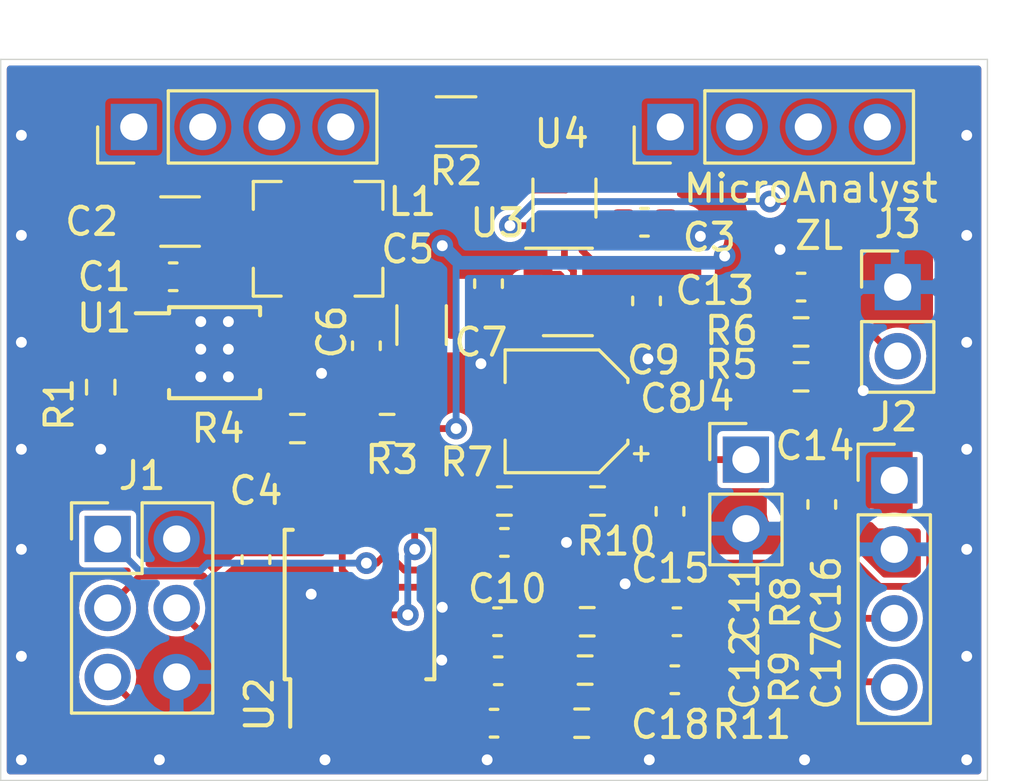
<source format=kicad_pcb>
(kicad_pcb (version 20211014) (generator pcbnew)
  (layers (0 "F.Cu" signal) (31 "B.Cu" signal) (34 "B.Paste" user) (35 "F.Paste" user) (36 "B.SilkS" user "B.Silkscreen") (37 "F.SilkS" user "F.Silkscreen") (38 "B.Mask" user) (39 "F.Mask" user) (44 "Edge.Cuts" user))
  (net 0 "")
  (net 1 "GND")
  (net 2 "VBUS")
  (net 3 "+5V")
  (net 4 "+10V")
  (net 5 "Net-(C10-Pad1)")
  (net 6 "Net-(C11-Pad1)")
  (net 7 "Net-(C12-Pad1)")
  (net 8 "PWM_OUT")
  (net 9 "TORQUE_IN")
  (net 10 "CADENCE_IN")
  (net 11 "Net-(L1-Pad1)")
  (net 12 "Net-(R1-Pad1)")
  (net 13 "Net-(R3-Pad2)")
  (net 14 "BUTTON_IN")
  (net 15 "Net-(U1-Pad8)")
  (net 16 "Net-(U1-Pad7)")
  (net 17 "Net-(U1-Pad4)")
  (net 18 "Net-(U3-Pad4)")
  (net 19 "Net-(J1-Pad5)")
  (net 20 "Net-(J1-Pad1)")
  (net 21 "Net-(C18-Pad1)")
  (net 22 "Net-(R11-Pad1)")
  (net 23 "/VBUS_R")
  (footprint "Capacitor_SMD:C_0603_1608Metric" (layer "F.Cu") (at 110.998 130.429 -90)
    (fp_text reference "C4" (at -2.54 0 180) (layer "F.SilkS"))
    (fp_text value "100n")
    (pad "1" smd roundrect locked (at -0.775 0 270) (size 0.9 0.95) (layers "F.Cu" "F.Paste" "F.Mask") (net 3 "+5V"))
    (pad "2" smd roundrect locked (at 0.775 0 270) (size 0.9 0.95) (layers "F.Cu" "F.Paste" "F.Mask") (net 1 "GND"))
  )
  (footprint "Capacitor_SMD:C_0603_1608Metric" (layer "F.Cu") (at 119.888 132.715 180)
    (fp_text reference "C11" (at -9.112 0.715 90) (layer "F.SilkS"))
    (fp_text value "10n")
    (pad "1" smd roundrect locked (at -0.775 0 180) (size 0.9 0.95) (layers "F.Cu" "F.Paste" "F.Mask") (net 6 "Net-(C11-Pad1)"))
    (pad "2" smd roundrect locked (at 0.775 0 180) (size 0.9 0.95) (layers "F.Cu" "F.Paste" "F.Mask") (net 1 "GND"))
  )
  (footprint "Capacitor_SMD:C_0603_1608Metric" (layer "F.Cu") (at 126.492 132.715 180)
    (fp_text reference "C16" (at -5.508 0.965 90) (layer "F.SilkS"))
    (fp_text value "10n")
    (pad "1" smd roundrect locked (at -0.775 0 180) (size 0.9 0.95) (layers "F.Cu" "F.Paste" "F.Mask") (net 10 "CADENCE_IN"))
    (pad "2" smd roundrect locked (at 0.775 0 180) (size 0.9 0.95) (layers "F.Cu" "F.Paste" "F.Mask") (net 1 "GND"))
  )
  (footprint "Resistor_SMD:R_0603_1608Metric_Pad0.98x0.95mm_HandSolder" (layer "F.Cu") (at 105.283 124.079 -90)
    (fp_text reference "R1" (at 0.635 1.524 90) (layer "F.SilkS"))
    (fp_text value "69.8k")
    (pad "1" smd roundrect locked (at -0.9125 0 270) (size 0.975 0.95) (layers "F.Cu" "F.Paste" "F.Mask") (net 12 "Net-(R1-Pad1)"))
    (pad "2" smd roundrect locked (at 0.9125 0 270) (size 0.975 0.95) (layers "F.Cu" "F.Paste" "F.Mask") (net 1 "GND"))
  )
  (footprint "Resistor_SMD:R_0603_1608Metric_Pad0.98x0.95mm_HandSolder" (layer "F.Cu") (at 115.824 125.603 180)
    (fp_text reference "R3" (at -0.176 -1.147) (layer "F.SilkS"))
    (fp_text value "576k")
    (pad "1" smd roundrect locked (at -0.9125 0 180) (size 0.975 0.95) (layers "F.Cu" "F.Paste" "F.Mask") (net 4 "+10V"))
    (pad "2" smd roundrect locked (at 0.9125 0 180) (size 0.975 0.95) (layers "F.Cu" "F.Paste" "F.Mask") (net 13 "Net-(R3-Pad2)"))
  )
  (footprint "Resistor_SMD:R_0603_1608Metric_Pad0.98x0.95mm_HandSolder" (layer "F.Cu") (at 112.522 125.603 180)
    (fp_text reference "R4" (at 2.921 0) (layer "F.SilkS"))
    (fp_text value "49k9")
    (pad "1" smd roundrect locked (at -0.9125 0 180) (size 0.975 0.95) (layers "F.Cu" "F.Paste" "F.Mask") (net 13 "Net-(R3-Pad2)"))
    (pad "2" smd roundrect locked (at 0.9125 0 180) (size 0.975 0.95) (layers "F.Cu" "F.Paste" "F.Mask") (net 1 "GND"))
  )
  (footprint "Resistor_SMD:R_0603_1608Metric_Pad0.98x0.95mm_HandSolder" (layer "F.Cu") (at 123.19 132.715)
    (fp_text reference "R8" (at 7.31 -0.715 90) (layer "F.SilkS"))
    (fp_text value "10k")
    (pad "1" smd roundrect locked (at -0.9125 0) (size 0.975 0.95) (layers "F.Cu" "F.Paste" "F.Mask") (net 6 "Net-(C11-Pad1)"))
    (pad "2" smd roundrect locked (at 0.9125 0) (size 0.975 0.95) (layers "F.Cu" "F.Paste" "F.Mask") (net 10 "CADENCE_IN"))
  )
  (footprint "Resistor_SMD:R_0603_1608Metric_Pad0.98x0.95mm_HandSolder" (layer "F.Cu") (at 123.1138 134.493)
    (fp_text reference "R9" (at 7.3406 0.257 90) (layer "F.SilkS"))
    (fp_text value "10k")
    (pad "1" smd roundrect locked (at -0.9125 0) (size 0.975 0.95) (layers "F.Cu" "F.Paste" "F.Mask") (net 7 "Net-(C12-Pad1)"))
    (pad "2" smd roundrect locked (at 0.9125 0) (size 0.975 0.95) (layers "F.Cu" "F.Paste" "F.Mask") (net 9 "TORQUE_IN"))
  )
  (footprint "Package_SO:MSOP-10_3x3mm_P0.5mm" (layer "F.Cu") (at 109.474 122.809)
    (fp_text reference "U1" (at -4.064 -1.27) (layer "F.SilkS"))
    (fp_text value "MAX17552AUB+" hide)
    (pad "1" smd rect locked (at -2.2 -1) (size 1.4 0.3) (layers "F.Cu" "F.Paste" "F.Mask") (net 2 "VBUS"))
    (pad "2" smd rect locked (at -2.2 -0.5) (size 1.4 0.3) (layers "F.Cu" "F.Paste" "F.Mask") (net 2 "VBUS"))
    (pad "3" smd rect locked (at -2.2 0) (size 1.4 0.3) (layers "F.Cu" "F.Paste" "F.Mask") (net 12 "Net-(R1-Pad1)"))
    (pad "4" smd rect locked (at -2.2 0.5) (size 1.4 0.3) (layers "F.Cu" "F.Paste" "F.Mask") (net 17 "Net-(U1-Pad4)"))
    (pad "5" smd rect locked (at -2.2 1) (size 1.4 0.3) (layers "F.Cu" "F.Paste" "F.Mask") (net 13 "Net-(R3-Pad2)"))
    (pad "6" smd rect locked (at 2.2 1) (size 1.4 0.3) (layers "F.Cu" "F.Paste" "F.Mask") (net 1 "GND"))
    (pad "7" smd rect locked (at 2.2 0.5) (size 1.4 0.3) (layers "F.Cu" "F.Paste" "F.Mask") (net 16 "Net-(U1-Pad7)"))
    (pad "8" smd rect locked (at 2.2 0) (size 1.4 0.3) (layers "F.Cu" "F.Paste" "F.Mask") (net 15 "Net-(U1-Pad8)"))
    (pad "9" smd rect locked (at 2.2 -0.5) (size 1.4 0.3) (layers "F.Cu" "F.Paste" "F.Mask") (net 1 "GND"))
    (pad "10" smd rect locked (at 2.2 -1) (size 1.4 0.3) (layers "F.Cu" "F.Paste" "F.Mask") (net 11 "Net-(L1-Pad1)"))
  )
  (footprint "Capacitor_SMD:C_1206_3216Metric" (layer "F.Cu") (at 108.204 117.983)
    (fp_text reference "C2" (at -3.253 0) (layer "F.SilkS"))
    (fp_text value "1u")
    (pad "1" smd roundrect locked (at -1.475 0) (size 1.15 1.8) (layers "F.Cu" "F.Paste" "F.Mask") (roundrect_rratio 0.2173904348) (net 2 "VBUS"))
    (pad "2" smd roundrect locked (at 1.475 0) (size 1.15 1.8) (layers "F.Cu" "F.Paste" "F.Mask") (roundrect_rratio 0.2173904348) (net 1 "GND"))
  )
  (footprint "Capacitor_SMD:C_0603_1608Metric" (layer "F.Cu") (at 107.95 120.015)
    (fp_text reference "C1" (at -2.54 0) (layer "F.SilkS"))
    (fp_text value "10n")
    (pad "1" smd roundrect locked (at -0.775 0) (size 0.9 0.95) (layers "F.Cu" "F.Paste" "F.Mask") (net 2 "VBUS"))
    (pad "2" smd roundrect locked (at 0.775 0) (size 0.9 0.95) (layers "F.Cu" "F.Paste" "F.Mask") (net 1 "GND"))
  )
  (footprint "Inductor_SMD:L_Bourns-SRN4018" (layer "F.Cu") (at 113.284 118.618)
    (fp_text reference "L1" (at 3.466 -1.368 180) (layer "F.SilkS"))
    (fp_text value "150u")
    (pad "1" smd rect locked (at -1.525 0) (size 1.5 3.6) (layers "F.Cu" "F.Paste" "F.Mask") (net 11 "Net-(L1-Pad1)"))
    (pad "2" smd rect locked (at 1.525 0) (size 1.5 3.6) (layers "F.Cu" "F.Paste" "F.Mask") (net 4 "+10V"))
  )
  (footprint "Capacitor_SMD:C_1206_3216Metric" (layer "F.Cu") (at 117.094 121.793 -90)
    (fp_text reference "C5" (at -2.794 0.508 180) (layer "F.SilkS"))
    (fp_text value "10u")
    (pad "1" smd roundrect locked (at -1.475 0 270) (size 1.15 1.8) (layers "F.Cu" "F.Paste" "F.Mask") (roundrect_rratio 0.2173904348) (net 4 "+10V"))
    (pad "2" smd roundrect locked (at 1.475 0 270) (size 1.15 1.8) (layers "F.Cu" "F.Paste" "F.Mask") (roundrect_rratio 0.2173904348) (net 1 "GND"))
  )
  (footprint "Package_SO:SOIJ-8_5.3x5.3mm_P1.27mm" (layer "F.Cu") (at 114.808 132.08 90)
    (fp_text reference "U2" (at -3.683 -3.68 90) (layer "F.SilkS"))
    (fp_text value "ATtiny85-20SU" hide)
    (pad "1" smd rect locked (at -3.65 -1.905 90) (size 1.7 0.65) (layers "F.Cu" "F.Paste" "F.Mask") (net 19 "Net-(J1-Pad5)"))
    (pad "2" smd rect locked (at -3.65 -0.635 90) (size 1.7 0.65) (layers "F.Cu" "F.Paste" "F.Mask") (net 7 "Net-(C12-Pad1)"))
    (pad "3" smd rect locked (at -3.65 0.635 90) (size 1.7 0.65) (layers "F.Cu" "F.Paste" "F.Mask") (net 21 "Net-(C18-Pad1)"))
    (pad "4" smd rect locked (at -3.65 1.905 90) (size 1.7 0.65) (layers "F.Cu" "F.Paste" "F.Mask") (net 1 "GND"))
    (pad "5" smd rect locked (at 3.65 1.905 90) (size 1.7 0.65) (layers "F.Cu" "F.Paste" "F.Mask") (net 5 "Net-(C10-Pad1)"))
    (pad "6" smd rect locked (at 3.65 0.635 90) (size 1.7 0.65) (layers "F.Cu" "F.Paste" "F.Mask") (net 20 "Net-(J1-Pad1)"))
    (pad "7" smd rect locked (at 3.65 -0.635 90) (size 1.7 0.65) (layers "F.Cu" "F.Paste" "F.Mask") (net 6 "Net-(C11-Pad1)"))
    (pad "8" smd rect locked (at 3.65 -1.905 90) (size 1.7 0.65) (layers "F.Cu" "F.Paste" "F.Mask") (net 3 "+5V"))
  )
  (footprint "Capacitor_SMD:C_0603_1608Metric" (layer "F.Cu") (at 115.062 122.555 -90)
    (fp_text reference "C6" (at -0.508 1.27 90) (layer "F.SilkS"))
    (fp_text value "100n")
    (pad "1" smd roundrect locked (at -0.775 0 270) (size 0.9 0.95) (layers "F.Cu" "F.Paste" "F.Mask") (net 4 "+10V"))
    (pad "2" smd roundrect locked (at 0.775 0 270) (size 0.9 0.95) (layers "F.Cu" "F.Paste" "F.Mask") (net 1 "GND"))
  )
  (footprint "Package_TO_SOT_SMD:SOT-23-5" (layer "F.Cu") (at 122.4788 120.5738)
    (fp_text reference "U3" (at -2.5908 -2.54) (layer "F.SilkS"))
    (fp_text value "TPS76350" hide)
    (pad "1" smd rect locked (at -1.1 -0.95) (size 1.06 0.65) (layers "F.Cu" "F.Paste" "F.Mask") (net 4 "+10V"))
    (pad "2" smd rect locked (at -1.1 0) (size 1.06 0.65) (layers "F.Cu" "F.Paste" "F.Mask") (net 1 "GND"))
    (pad "3" smd rect locked (at -1.1 0.95) (size 1.06 0.65) (layers "F.Cu" "F.Paste" "F.Mask") (net 4 "+10V"))
    (pad "4" smd rect locked (at 1.1 0.95) (size 1.06 0.65) (layers "F.Cu" "F.Paste" "F.Mask") (net 18 "Net-(U3-Pad4)"))
    (pad "5" smd rect locked (at 1.1 -0.95) (size 1.06 0.65) (layers "F.Cu" "F.Paste" "F.Mask") (net 3 "+5V"))
  )
  (footprint "Capacitor_SMD:CP_Elec_4x5.4" (layer "F.Cu") (at 122.428 124.968 180)
    (fp_text reference "C8" (at -3.683 0.468) (layer "F.SilkS"))
    (fp_text value "4u7" hide)
    (pad "1" smd roundrect locked (at -1.8 0 180) (size 2.6 1.6) (layers "F.Cu" "F.Paste" "F.Mask") (roundrect_rratio 0.15625) (net 3 "+5V"))
    (pad "2" smd roundrect locked (at 1.8 0 180) (size 2.6 1.6) (layers "F.Cu" "F.Paste" "F.Mask") (roundrect_rratio 0.15625) (net 1 "GND"))
  )
  (footprint "Connector_PinHeader_2.54mm:PinHeader_2x03_P2.54mm_Vertical" (layer "F.Cu") (at 105.537 129.667)
    (fp_text reference "J1" (at 1.27 -2.33) (layer "F.SilkS"))
    (fp_text value "AVR-ISP-6")
    (pad "1" thru_hole rect locked (at 0 0) (size 1.7 1.7) (drill 1) (layers *.Cu *.Mask) (net 20 "Net-(J1-Pad1)"))
    (pad "2" thru_hole oval locked (at 2.54 0) (size 1.7 1.7) (drill 1) (layers *.Cu *.Mask) (net 3 "+5V"))
    (pad "3" thru_hole oval locked (at 0 2.54) (size 1.7 1.7) (drill 1) (layers *.Cu *.Mask) (net 6 "Net-(C11-Pad1)"))
    (pad "4" thru_hole oval locked (at 2.54 2.54) (size 1.7 1.7) (drill 1) (layers *.Cu *.Mask) (net 5 "Net-(C10-Pad1)"))
    (pad "5" thru_hole oval locked (at 0 5.08) (size 1.7 1.7) (drill 1) (layers *.Cu *.Mask) (net 19 "Net-(J1-Pad5)"))
    (pad "6" thru_hole oval locked (at 2.54 5.08) (size 1.7 1.7) (drill 1) (layers *.Cu *.Mask) (net 1 "GND"))
  )
  (footprint "Capacitor_SMD:C_0603_1608Metric" (layer "F.Cu") (at 126.4158 134.8486 180)
    (fp_text reference "C17" (at -5.588 0.3486 90) (layer "F.SilkS"))
    (fp_text value "10n")
    (pad "1" smd roundrect locked (at -0.775 0 180) (size 0.9 0.95) (layers "F.Cu" "F.Paste" "F.Mask") (net 9 "TORQUE_IN"))
    (pad "2" smd roundrect locked (at 0.775 0 180) (size 0.9 0.95) (layers "F.Cu" "F.Paste" "F.Mask") (net 1 "GND"))
  )
  (footprint "Resistor_SMD:R_0603_1608Metric_Pad0.98x0.95mm_HandSolder" (layer "F.Cu") (at 131.064 122.047)
    (fp_text reference "R6" (at -2.564 -0.047) (layer "F.SilkS"))
    (fp_text value "10k")
    (pad "1" smd roundrect locked (at -0.9125 0) (size 0.975 0.95) (layers "F.Cu" "F.Paste" "F.Mask") (net 20 "Net-(J1-Pad1)"))
    (pad "2" smd roundrect locked (at 0.9125 0) (size 0.975 0.95) (layers "F.Cu" "F.Paste" "F.Mask") (net 8 "PWM_OUT"))
  )
  (footprint "Resistor_SMD:R_0603_1608Metric_Pad0.98x0.95mm_HandSolder" (layer "F.Cu") (at 131.064 123.698)
    (fp_text reference "R5" (at -2.564 -0.448) (layer "F.SilkS"))
    (fp_text value "10k")
    (pad "1" smd roundrect locked (at -0.9125 0) (size 0.975 0.95) (layers "F.Cu" "F.Paste" "F.Mask") (net 20 "Net-(J1-Pad1)"))
    (pad "2" smd roundrect locked (at 0.9125 0) (size 0.975 0.95) (layers "F.Cu" "F.Paste" "F.Mask") (net 1 "GND"))
  )
  (footprint "Capacitor_SMD:C_0603_1608Metric" (layer "F.Cu") (at 131.064 120.396 180)
    (fp_text reference "C13" (at 3.175 -0.127) (layer "F.SilkS"))
    (fp_text value "1u")
    (pad "1" smd roundrect locked (at -0.775 0 180) (size 0.9 0.95) (layers "F.Cu" "F.Paste" "F.Mask") (net 8 "PWM_OUT"))
    (pad "2" smd roundrect locked (at 0.775 0 180) (size 0.9 0.95) (layers "F.Cu" "F.Paste" "F.Mask") (net 1 "GND"))
  )
  (footprint "Connector_PinHeader_2.54mm:PinHeader_1x04_P2.54mm_Vertical" (layer "F.Cu") (at 134.493 127.508)
    (fp_text reference "J2" (at 0 -2.33) (layer "F.SilkS"))
    (fp_text value "Conn_01x04")
    (pad "1" thru_hole rect locked (at 0 0) (size 1.7 1.7) (drill 1) (layers *.Cu *.Mask) (net 4 "+10V"))
    (pad "2" thru_hole oval locked (at 0 2.54) (size 1.7 1.7) (drill 1) (layers *.Cu *.Mask) (net 1 "GND"))
    (pad "3" thru_hole oval locked (at 0 5.08) (size 1.7 1.7) (drill 1) (layers *.Cu *.Mask) (net 10 "CADENCE_IN"))
    (pad "4" thru_hole oval locked (at 0 7.62) (size 1.7 1.7) (drill 1) (layers *.Cu *.Mask) (net 9 "TORQUE_IN"))
  )
  (footprint "Capacitor_SMD:C_0603_1608Metric" (layer "F.Cu") (at 131.826 128.397 -90)
    (fp_text reference "C14" (at -2.159 0.254 180) (layer "F.SilkS"))
    (fp_text value "1u")
    (pad "1" smd roundrect locked (at -0.775 0 270) (size 0.9 0.95) (layers "F.Cu" "F.Paste" "F.Mask") (net 4 "+10V"))
    (pad "2" smd roundrect locked (at 0.775 0 270) (size 0.9 0.95) (layers "F.Cu" "F.Paste" "F.Mask") (net 1 "GND"))
  )
  (footprint "Capacitor_SMD:C_0603_1608Metric" (layer "F.Cu") (at 120.142 129.794)
    (fp_text reference "C10" (at 0.108 1.706) (layer "F.SilkS"))
    (fp_text value "10n")
    (pad "1" smd roundrect locked (at -0.775 0) (size 0.9 0.95) (layers "F.Cu" "F.Paste" "F.Mask") (net 5 "Net-(C10-Pad1)"))
    (pad "2" smd roundrect locked (at 0.775 0) (size 0.9 0.95) (layers "F.Cu" "F.Paste" "F.Mask") (net 1 "GND"))
  )
  (footprint "Resistor_SMD:R_0603_1608Metric_Pad0.98x0.95mm_HandSolder" (layer "F.Cu") (at 123.571 128.27 180)
    (fp_text reference "R10" (at -0.679 -1.48) (layer "F.SilkS"))
    (fp_text value "10k")
    (pad "1" smd roundrect locked (at -0.9125 0 180) (size 0.975 0.95) (layers "F.Cu" "F.Paste" "F.Mask") (net 3 "+5V"))
    (pad "2" smd roundrect locked (at 0.9125 0 180) (size 0.975 0.95) (layers "F.Cu" "F.Paste" "F.Mask") (net 14 "BUTTON_IN"))
  )
  (footprint "Resistor_SMD:R_0603_1608Metric_Pad0.98x0.95mm_HandSolder" (layer "F.Cu") (at 120.142 128.27)
    (fp_text reference "R7" (at -1.392 -1.43) (layer "F.SilkS"))
    (fp_text value "10k")
    (pad "1" smd roundrect locked (at -0.9125 0) (size 0.975 0.95) (layers "F.Cu" "F.Paste" "F.Mask") (net 5 "Net-(C10-Pad1)"))
    (pad "2" smd roundrect locked (at 0.9125 0) (size 0.975 0.95) (layers "F.Cu" "F.Paste" "F.Mask") (net 14 "BUTTON_IN"))
  )
  (footprint "Connector_PinHeader_2.54mm:PinHeader_1x02_P2.54mm_Vertical" (layer "F.Cu") (at 129.032 126.746)
    (fp_text reference "J4" (at -1.282 -2.33) (layer "F.SilkS"))
    (fp_text value "Conn_01x02")
    (pad "1" thru_hole rect locked (at 0 0) (size 1.7 1.7) (drill 1) (layers *.Cu *.Mask) (net 14 "BUTTON_IN"))
    (pad "2" thru_hole oval locked (at 0 2.54) (size 1.7 1.7) (drill 1) (layers *.Cu *.Mask) (net 1 "GND"))
  )
  (footprint "Capacitor_SMD:C_0603_1608Metric" (layer "F.Cu") (at 126.238 128.651 -90)
    (fp_text reference "C15" (at 2.099 -0.012) (layer "F.SilkS"))
    (fp_text value "10n")
    (pad "1" smd roundrect locked (at -0.775 0 270) (size 0.9 0.95) (layers "F.Cu" "F.Paste" "F.Mask") (net 14 "BUTTON_IN"))
    (pad "2" smd roundrect locked (at 0.775 0 270) (size 0.9 0.95) (layers "F.Cu" "F.Paste" "F.Mask") (net 1 "GND"))
  )
  (footprint "Capacitor_SMD:C_0603_1608Metric" (layer "F.Cu") (at 125.2982 118.0084)
    (fp_text reference "C3" (at 2.3876 0.5588) (layer "F.SilkS"))
    (fp_text value "100n")
    (pad "1" smd roundrect locked (at -0.775 0) (size 0.9 0.95) (layers "F.Cu" "F.Paste" "F.Mask") (net 3 "+5V"))
    (pad "2" smd roundrect locked (at 0.775 0) (size 0.9 0.95) (layers "F.Cu" "F.Paste" "F.Mask") (net 1 "GND"))
  )
  (footprint "Capacitor_SMD:C_0603_1608Metric" (layer "F.Cu") (at 119.761 136.4488 180)
    (fp_text reference "C18" (at -6.489 -0.0512 180) (layer "F.SilkS"))
    (fp_text value "10n")
    (pad "1" smd roundrect locked (at -0.775 0 180) (size 0.9 0.95) (layers "F.Cu" "F.Paste" "F.Mask") (net 21 "Net-(C18-Pad1)"))
    (pad "2" smd roundrect locked (at 0.775 0 180) (size 0.9 0.95) (layers "F.Cu" "F.Paste" "F.Mask") (net 1 "GND"))
  )
  (footprint "Resistor_SMD:R_0603_1608Metric_Pad0.98x0.95mm_HandSolder" (layer "F.Cu") (at 122.9868 136.4488 180)
    (fp_text reference "R11" (at -6.2632 -0.0512 180) (layer "F.SilkS"))
    (fp_text value "10k")
    (pad "1" smd roundrect locked (at -0.9125 0 180) (size 0.975 0.95) (layers "F.Cu" "F.Paste" "F.Mask") (net 22 "Net-(R11-Pad1)"))
    (pad "2" smd roundrect locked (at 0.9125 0 180) (size 0.975 0.95) (layers "F.Cu" "F.Paste" "F.Mask") (net 21 "Net-(C18-Pad1)"))
  )
  (footprint "Resistor_SMD:R_1206_3216Metric" (layer "F.Cu") (at 118.364 114.3 180)
    (fp_text reference "R2" (at 0 -1.82) (layer "F.SilkS"))
    (fp_text value "R0005")
    (pad "1" smd roundrect locked (at -1.4625 0 180) (size 1.125 1.75) (layers "F.Cu" "F.Paste" "F.Mask") (roundrect_rratio 0.222222) (net 23 "/VBUS_R"))
    (pad "2" smd roundrect locked (at 1.4625 0 180) (size 1.125 1.75) (layers "F.Cu" "F.Paste" "F.Mask") (roundrect_rratio 0.222222) (net 2 "VBUS"))
  )
  (footprint "Connector_PinHeader_2.54mm:PinHeader_1x02_P2.54mm_Vertical" (layer "F.Cu") (at 134.62 120.396)
    (fp_text reference "J3" (at 0 -2.33) (layer "F.SilkS"))
    (fp_text value "Conn_01x02")
    (pad "1" thru_hole rect locked (at 0 0) (size 1.7 1.7) (drill 1) (layers *.Cu *.Mask) (net 1 "GND"))
    (pad "2" thru_hole oval locked (at 0 2.54) (size 1.7 1.7) (drill 1) (layers *.Cu *.Mask) (net 8 "PWM_OUT"))
  )
  (footprint "Package_TO_SOT_SMD:SOT-353_SC-70-5" (layer "F.Cu") (at 122.3518 117.1194 90)
    (fp_text reference "U4" (at 2.3694 -0.1018 180) (layer "F.SilkS"))
    (fp_text value "INA290")
    (pad "1" smd rect locked (at -0.95 -0.65 90) (size 0.65 0.4) (layers "F.Cu" "F.Paste" "F.Mask") (net 22 "Net-(R11-Pad1)"))
    (pad "2" smd rect locked (at -0.95 0 90) (size 0.65 0.4) (layers "F.Cu" "F.Paste" "F.Mask") (net 1 "GND"))
    (pad "3" smd rect locked (at -0.95 0.65 90) (size 0.65 0.4) (layers "F.Cu" "F.Paste" "F.Mask") (net 3 "+5V"))
    (pad "4" smd rect locked (at 0.95 0.65 90) (size 0.65 0.4) (layers "F.Cu" "F.Paste" "F.Mask") (net 2 "VBUS"))
    (pad "5" smd rect locked (at 0.95 -0.65 90) (size 0.65 0.4) (layers "F.Cu" "F.Paste" "F.Mask") (net 23 "/VBUS_R"))
  )
  (footprint "Capacitor_SMD:C_0603_1608Metric" (layer "F.Cu") (at 119.5578 120.269 -90)
    (fp_text reference "C7" (at 2.159 0.2794 180) (layer "F.SilkS"))
    (fp_text value "1u")
    (pad "1" smd roundrect locked (at -0.775 0 270) (size 0.9 0.95) (layers "F.Cu" "F.Paste" "F.Mask") (net 4 "+10V"))
    (pad "2" smd roundrect locked (at 0.775 0 270) (size 0.9 0.95) (layers "F.Cu" "F.Paste" "F.Mask") (net 1 "GND"))
  )
  (footprint "Capacitor_SMD:C_0603_1608Metric" (layer "F.Cu") (at 125.3744 120.904 -90)
    (fp_text reference "C9" (at 2.1844 -0.254 180) (layer "F.SilkS"))
    (fp_text value "100n")
    (pad "1" smd roundrect locked (at -0.775 0 270) (size 0.9 0.95) (layers "F.Cu" "F.Paste" "F.Mask") (net 3 "+5V"))
    (pad "2" smd roundrect locked (at 0.775 0 270) (size 0.9 0.95) (layers "F.Cu" "F.Paste" "F.Mask") (net 1 "GND"))
  )
  (footprint "Capacitor_SMD:C_0603_1608Metric" (layer "F.Cu") (at 119.9134 134.5184 180)
    (fp_text reference "C12" (at -9.0866 0.0184 90) (layer "F.SilkS"))
    (fp_text value "10n")
    (pad "1" smd roundrect locked (at -0.775 0 180) (size 0.9 0.95) (layers "F.Cu" "F.Paste" "F.Mask") (net 7 "Net-(C12-Pad1)"))
    (pad "2" smd roundrect locked (at 0.775 0 180) (size 0.9 0.95) (layers "F.Cu" "F.Paste" "F.Mask") (net 1 "GND"))
  )
  (footprint "Connector_PinHeader_2.54mm:PinHeader_1x04_P2.54mm_Vertical" (layer "F.Cu") (at 106.5 114.5 90)
    (fp_text reference "J5" hide)
    (fp_text value "Conn_01x04")
    (pad "1" thru_hole rect locked (at 0 0 90) (size 1.7 1.7) (drill 1) (layers *.Cu *.Mask) (net 2 "VBUS"))
    (pad "2" thru_hole oval locked (at 0 2.54 90) (size 1.7 1.7) (drill 1) (layers *.Cu *.Mask) (net 2 "VBUS"))
    (pad "3" thru_hole oval locked (at 0 5.08 90) (size 1.7 1.7) (drill 1) (layers *.Cu *.Mask) (net 2 "VBUS"))
    (pad "4" thru_hole oval locked (at 0 7.62 90) (size 1.7 1.7) (drill 1) (layers *.Cu *.Mask) (net 2 "VBUS"))
  )
  (footprint "Connector_PinHeader_2.54mm:PinHeader_1x04_P2.54mm_Vertical" (layer "F.Cu") (at 126.25 114.5 90)
    (fp_text reference "J6" hide)
    (fp_text value "Conn_01x04")
    (pad "1" thru_hole rect locked (at 0 0 90) (size 1.7 1.7) (drill 1) (layers *.Cu *.Mask) (net 23 "/VBUS_R"))
    (pad "2" thru_hole oval locked (at 0 2.54 90) (size 1.7 1.7) (drill 1) (layers *.Cu *.Mask) (net 23 "/VBUS_R"))
    (pad "3" thru_hole oval locked (at 0 5.08 90) (size 1.7 1.7) (drill 1) (layers *.Cu *.Mask) (net 23 "/VBUS_R"))
    (pad "4" thru_hole oval locked (at 0 7.62 90) (size 1.7 1.7) (drill 1) (layers *.Cu *.Mask) (net 23 "/VBUS_R"))
  )
  (gr_line (start 137.922 112.014) (end 137.922 138.557) (layer "Edge.Cuts") (width 0.05))
  (gr_line (start 137.922 138.557) (end 101.6 138.557) (layer "Edge.Cuts") (width 0.05))
  (gr_line (start 101.6 138.557) (end 101.6 112.014) (layer "Edge.Cuts") (width 0.05))
  (gr_line (start 101.6 112.014) (end 137.922 112.014) (layer "Edge.Cuts") (width 0.05))
  (gr_text "MicroAnalyst" (at 131.4196 116.7638) (layer "F.SilkS") (effects (font (size 1 1))))
  (gr_text "ZL" (at 131.7244 118.5) (layer "F.SilkS") (effects (font (size 1 1))))
  (segment (start 120.917 129.794) (end 122.428 129.794) (width 0.25) (layer "F.Cu") (net 1))
  (segment (start 112.903 131.699) (end 113.03 131.699) (width 0.25) (layer "F.Cu") (net 1))
  (segment (start 125.717 137.554) (end 125.476 137.795) (width 0.25) (layer "F.Cu") (net 1))
  (segment (start 126.955601 118.124991) (end 127.3556 118.52499) (width 0.25) (layer "F.Cu") (net 1))
  (segment (start 122.683811 121.658791) (end 121.127202 123.2154) (width 0.25) (layer "F.Cu") (net 1))
  (segment (start 121.127202 123.2154) (end 119.2784 123.2154) (width 0.25) (layer "F.Cu") (net 1))
  (segment (start 119.1384 134.5184) (end 118.228525 134.5184) (width 0.25) (layer "F.Cu") (net 1))
  (segment (start 130.289 120.396) (end 130.289 119.012) (width 0.25) (layer "F.Cu") (net 1))
  (segment (start 110.998 131.204) (end 112.408 131.204) (width 0.25) (layer "F.Cu") (net 1))
  (segment (start 122.3518 118.0694) (end 122.3518 119.470388) (width 0.25) (layer "F.Cu") (net 1))
  (segment (start 118.228525 134.5184) (end 117.835935 134.12581) (width 0.25) (layer "F.Cu") (net 1))
  (segment (start 116.332 137.795) (end 113.538 137.795) (width 0.25) (layer "F.Cu") (net 1))
  (segment (start 132.842 123.698) (end 133.35 124.206) (width 0.25) (layer "F.Cu") (net 1))
  (segment (start 128.892 129.426) (end 129.032 129.286) (width 0.25) (layer "F.Cu") (net 1))
  (segment (start 116.713 135.73) (end 116.713 137.414) (width 0.25) (layer "F.Cu") (net 1))
  (segment (start 122.3518 118.0694) (end 122.3518 118.881001) (width 0.25) (layer "F.Cu") (net 1))
  (segment (start 126.83901 118.0084) (end 126.955601 118.124991) (width 0.25) (layer "F.Cu") (net 1))
  (segment (start 125.717 132.715) (end 125.717 132.575) (width 0.25) (layer "F.Cu") (net 1))
  (segment (start 105.283 124.9915) (end 105.283 126.365) (width 0.25) (layer "F.Cu") (net 1))
  (segment (start 126.0732 118.0084) (end 126.83901 118.0084) (width 0.25) (layer "F.Cu") (net 1))
  (segment (start 124.587 131.445) (end 124.587 131.318) (width 0.25) (layer "F.Cu") (net 1))
  (segment (start 125.717 132.575) (end 124.587 131.445) (width 0.25) (layer "F.Cu") (net 1))
  (segment (start 131.9765 123.698) (end 132.842 123.698) (width 0.25) (layer "F.Cu") (net 1))
  (segment (start 122.3518 119.470388) (end 122.683811 119.802399) (width 0.25) (layer "F.Cu") (net 1))
  (segment (start 131.826 129.172) (end 133.617 129.172) (width 0.25) (layer "F.Cu") (net 1))
  (segment (start 122.683811 119.802399) (end 122.683811 121.658791) (width 0.25) (layer "F.Cu") (net 1))
  (segment (start 112.408 131.204) (end 112.903 131.699) (width 0.25) (layer "F.Cu") (net 1))
  (segment (start 133.617 129.172) (end 134.493 130.048) (width 0.25) (layer "F.Cu") (net 1))
  (segment (start 126.238 129.426) (end 128.892 129.426) (width 0.25) (layer "F.Cu") (net 1))
  (segment (start 119.113 137.401) (end 119.507 137.795) (width 0.25) (layer "F.Cu") (net 1))
  (segment (start 116.713 137.414) (end 116.332 137.795) (width 0.25) (layer "F.Cu") (net 1))
  (via (at 137.16 122.428) (size 0.8) (drill 0.4) (layers "F.Cu" "B.Cu") (net 1))
  (via (at 102.362 130.048) (size 0.8) (drill 0.4) (layers "F.Cu" "B.Cu") (net 1))
  (via (at 102.362 126.365) (size 0.8) (drill 0.4) (layers "F.Cu" "B.Cu") (net 1))
  (via (at 102.362 118.491) (size 0.8) (drill 0.4) (layers "F.Cu" "B.Cu") (net 1))
  (via (at 102.362 133.985) (size 0.8) (drill 0.4) (layers "F.Cu" "B.Cu") (net 1))
  (via (at 102.362 122.428) (size 0.8) (drill 0.4) (layers "F.Cu" "B.Cu") (net 1))
  (via (at 108.966 122.682) (size 0.8) (drill 0.4) (layers "F.Cu" "B.Cu") (net 1))
  (via (at 137.16 133.985) (size 0.8) (drill 0.4) (layers "F.Cu" "B.Cu") (net 1))
  (via (at 117.856 132.1816) (size 0.8) (drill 0.4) (layers "F.Cu" "B.Cu") (net 1))
  (via (at 125.476 137.795) (size 0.8) (drill 0.4) (layers "F.Cu" "B.Cu") (net 1))
  (via (at 137.16 114.808) (size 0.8) (drill 0.4) (layers "F.Cu" "B.Cu") (net 1))
  (via (at 102.362 137.795) (size 0.8) (drill 0.4) (layers "F.Cu" "B.Cu") (net 1))
  (via (at 117.835935 134.12581) (size 0.8) (drill 0.4) (layers "F.Cu" "B.Cu") (net 1))
  (via (at 113.03 131.699) (size 0.8) (drill 0.4) (layers "F.Cu" "B.Cu") (net 1))
  (via (at 102.362 114.808) (size 0.8) (drill 0.4) (layers "F.Cu" "B.Cu") (net 1))
  (via (at 137.16 118.491) (size 0.8) (drill 0.4) (layers "F.Cu" "B.Cu") (net 1))
  (via (at 105.283 126.365) (size 0.8) (drill 0.4) (layers "F.Cu" "B.Cu") (net 1))
  (via (at 137.16 130.048) (size 0.8) (drill 0.4) (layers "F.Cu" "B.Cu") (net 1))
  (via (at 122.428 129.794) (size 0.8) (drill 0.4) (layers "F.Cu" "B.Cu") (net 1))
  (via (at 137.16 126.365) (size 0.8) (drill 0.4) (layers "F.Cu" "B.Cu") (net 1))
  (via (at 108.966 123.698) (size 0.8) (drill 0.4) (layers "F.Cu" "B.Cu") (net 1))
  (via (at 125.4252 123.0376) (size 0.8) (drill 0.4) (layers "F.Cu" "B.Cu") (net 1))
  (via (at 137.16 137.795) (size 0.8) (drill 0.4) (layers "F.Cu" "B.Cu") (net 1))
  (via (at 108.966 121.666) (size 0.8) (drill 0.4) (layers "F.Cu" "B.Cu") (net 1))
  (via (at 119.2784 123.2154) (size 0.8) (drill 0.4) (layers "F.Cu" "B.Cu") (net 1))
  (via (at 133.35 124.206) (size 0.8) (drill 0.4) (layers "F.Cu" "B.Cu") (net 1))
  (via (at 113.538 137.795) (size 0.8) (drill 0.4) (layers "F.Cu" "B.Cu") (net 1))
  (via (at 127.3556 118.52499) (size 0.8) (drill 0.4) (layers "F.Cu" "B.Cu") (net 1))
  (via (at 119.507 137.795) (size 0.8) (drill 0.4) (layers "F.Cu" "B.Cu") (net 1))
  (via (at 130.289 119.012) (size 0.8) (drill 0.4) (layers "F.Cu" "B.Cu") (net 1))
  (via (at 131.191 137.795) (size 0.8) (drill 0.4) (layers "F.Cu" "B.Cu") (net 1))
  (via (at 109.982 121.666) (size 0.8) (drill 0.4) (layers "F.Cu" "B.Cu") (net 1))
  (via (at 113.411 123.571) (size 0.8) (drill 0.4) (layers "F.Cu" "B.Cu") (net 1))
  (via (at 109.982 123.698) (size 0.8) (drill 0.4) (layers "F.Cu" "B.Cu") (net 1))
  (via (at 109.982 122.682) (size 0.8) (drill 0.4) (layers "F.Cu" "B.Cu") (net 1))
  (via (at 124.587 131.318) (size 0.8) (drill 0.4) (layers "F.Cu" "B.Cu") (net 1))
  (via (at 107.442 137.795) (size 0.8) (drill 0.4) (layers "F.Cu" "B.Cu") (net 1))
  (segment (start 121.084598 116.6622) (end 121.241799 116.819401) (width 0.25) (layer "F.Cu") (net 2))
  (segment (start 121.241799 116.819401) (end 122.397799 116.819401) (width 0.25) (layer "F.Cu") (net 2))
  (segment (start 117.7798 114.3) (end 118.1608 114.681) (width 0.25) (layer "F.Cu") (net 2))
  (segment (start 123.0248 116.1924) (end 123.0018 116.1694) (width 0.25) (layer "F.Cu") (net 2))
  (segment (start 116.9015 114.3) (end 117.7798 114.3) (width 0.25) (layer "F.Cu") (net 2))
  (segment (start 118.1608 116.1796) (end 118.6434 116.6622) (width 0.25) (layer "F.Cu") (net 2))
  (segment (start 118.6434 116.6622) (end 121.084598 116.6622) (width 0.25) (layer "F.Cu") (net 2))
  (segment (start 118.1608 114.681) (end 118.1608 116.1796) (width 0.25) (layer "F.Cu") (net 2))
  (segment (start 107.274 120.114) (end 107.175 120.015) (width 0.25) (layer "F.Cu") (net 2))
  (segment (start 122.397799 116.819401) (end 123.0248 116.1924) (width 0.25) (layer "F.Cu") (net 2))
  (segment (start 123.0018 118.0694) (end 123.0018 119.0468) (width 0.25) (layer "F.Cu") (net 3))
  (segment (start 123.0628 118.0084) (end 123.0018 118.0694) (width 0.25) (layer "F.Cu") (net 3))
  (segment (start 123.0018 119.0468) (end 123.5788 119.6238) (width 0.25) (layer "F.Cu") (net 3))
  (segment (start 124.5232 118.0084) (end 123.0628 118.0084) (width 0.25) (layer "F.Cu") (net 3))
  (segment (start 124.4835 124.2075) (end 124.228 123.952) (width 0.25) (layer "F.Cu") (net 3))
  (segment (start 124.4835 128.27) (end 124.4835 124.2075) (width 0.25) (layer "F.Cu") (net 3))
  (segment (start 122.233801 121.158801) (end 122.233801 119.988799) (width 0.25) (layer "F.Cu") (net 4))
  (segment (start 122.2248 121.167802) (end 122.233801 121.158801) (width 0.25) (layer "F.Cu") (net 4))
  (segment (start 121.4042 121.5238) (end 122.0622 121.5238) (width 0.25) (layer "F.Cu") (net 4))
  (segment (start 121.704199 119.923799) (end 121.4042 119.6238) (width 0.25) (layer "F.Cu") (net 4))
  (segment (start 116.7365 125.603) (end 118.364 125.603) (width 0.25) (layer "F.Cu") (net 4))
  (segment (start 122.233801 119.988799) (end 122.168801 119.923799) (width 0.25) (layer "F.Cu") (net 4))
  (segment (start 122.0622 121.5238) (end 122.2248 121.3612) (width 0.25) (layer "F.Cu") (net 4))
  (segment (start 122.2248 121.3612) (end 122.2248 121.167802) (width 0.25) (layer "F.Cu") (net 4))
  (segment (start 122.168801 119.923799) (end 121.704199 119.923799) (width 0.25) (layer "F.Cu") (net 4))
  (via (at 128.25 119.25) (size 0.8) (drill 0.4) (layers "F.Cu" "B.Cu") (net 4))
  (via (at 118.364 125.603) (size 0.8) (drill 0.4) (layers "F.Cu" "B.Cu") (net 4))
  (via (at 117.856 118.872) (size 0.8) (drill 0.4) (layers "F.Cu" "B.Cu") (net 4))
  (segment (start 117.856 118.872) (end 117.872 118.872) (width 0.25) (layer "B.Cu") (net 4))
  (segment (start 118.5 119.5) (end 128 119.5) (width 0.5) (layer "B.Cu") (net 4))
  (segment (start 118.364 125.603) (end 118.364 119.38) (width 0.25) (layer "B.Cu") (net 4))
  (segment (start 117.872 118.872) (end 118.5 119.5) (width 0.25) (layer "B.Cu") (net 4))
  (segment (start 128 119.5) (end 128.25 119.25) (width 0.25) (layer "B.Cu") (net 4))
  (segment (start 118.364 119.38) (end 117.856 118.872) (width 0.5) (layer "B.Cu") (net 4))
  (segment (start 115.000217 133.156372) (end 115.695589 132.461) (width 0.25) (layer "F.Cu") (net 5))
  (segment (start 116.84 128.557) (end 116.713 128.43) (width 0.25) (layer "F.Cu") (net 5))
  (segment (start 119.2295 128.27) (end 116.873 128.27) (width 0.25) (layer "F.Cu") (net 5))
  (segment (start 109.026372 133.156372) (end 115.000217 133.156372) (width 0.25) (layer "F.Cu") (net 5))
  (segment (start 108.077 132.207) (end 109.026372 133.156372) (width 0.25) (layer "F.Cu") (net 5))
  (segment (start 116.84 130.048) (end 116.84 128.557) (width 0.25) (layer "F.Cu") (net 5))
  (segment (start 115.695589 132.461) (end 116.586 132.461) (width 0.25) (layer "F.Cu") (net 5))
  (segment (start 116.873 128.27) (end 116.713 128.43) (width 0.25) (layer "F.Cu") (net 5))
  (segment (start 119.2295 128.27) (end 119.2295 129.6565) (width 0.25) (layer "F.Cu") (net 5))
  (segment (start 119.2295 129.6565) (end 119.367 129.794) (width 0.25) (layer "F.Cu") (net 5))
  (via (at 116.586 132.461) (size 0.8) (drill 0.4) (layers "F.Cu" "B.Cu") (net 5))
  (via (at 116.84 130.048) (size 0.8) (drill 0.4) (layers "F.Cu" "B.Cu") (net 5))
  (segment (start 116.586 132.461) (end 116.586 130.302) (width 0.25) (layer "B.Cu") (net 5))
  (segment (start 116.586 130.302) (end 116.84 130.048) (width 0.25) (layer "B.Cu") (net 5))
  (segment (start 113.919 132.588) (end 110.617 132.588) (width 0.25) (layer "F.Cu") (net 6))
  (segment (start 106.712001 131.031999) (end 105.537 132.207) (width 0.25) (layer "F.Cu") (net 6))
  (segment (start 114.173 130.81) (end 114.173 128.43) (width 0.25) (layer "F.Cu") (net 6))
  (segment (start 114.808 131.445) (end 114.808 131.699) (width 0.25) (layer "F.Cu") (net 6))
  (segment (start 110.617 132.588) (end 109.060999 131.031999) (width 0.25) (layer "F.Cu") (net 6))
  (segment (start 119.393 131.445) (end 114.808 131.445) (width 0.25) (layer "F.Cu") (net 6))
  (segment (start 122.2775 132.715) (end 120.663 132.715) (width 0.25) (layer "F.Cu") (net 6))
  (segment (start 109.060999 131.031999) (end 106.712001 131.031999) (width 0.25) (layer "F.Cu") (net 6))
  (segment (start 114.808 131.445) (end 114.173 130.81) (width 0.25) (layer "F.Cu") (net 6))
  (segment (start 120.663 132.715) (end 119.393 131.445) (width 0.25) (layer "F.Cu") (net 6))
  (segment (start 114.808 131.699) (end 113.919 132.588) (width 0.25) (layer "F.Cu") (net 6))
  (segment (start 119.86261 133.837376) (end 119.540244 133.51501) (width 0.25) (layer "F.Cu") (net 7))
  (segment (start 118.545966 133.4008) (end 115.3922 133.4008) (width 0.25) (layer "F.Cu") (net 7))
  (segment (start 118.660176 133.51501) (end 118.545966 133.4008) (width 0.25) (layer "F.Cu") (net 7))
  (segment (start 120.4214 134.3914) (end 119.867376 133.837376) (width 0.25) (layer "F.Cu") (net 7))
  (segment (start 119.540244 133.51501) (end 118.660176 133.51501) (width 0.25) (layer "F.Cu") (net 7))
  (segment (start 122.2013 134.2898) (end 122.0997 134.3914) (width 0.25) (layer "F.Cu") (net 7))
  (segment (start 115.3922 133.4008) (end 114.173 134.62) (width 0.25) (layer "F.Cu") (net 7))
  (segment (start 119.867376 133.837376) (end 119.86261 133.837376) (width 0.25) (layer "F.Cu") (net 7))
  (segment (start 122.0997 134.3914) (end 120.4214 134.3914) (width 0.25) (layer "F.Cu") (net 7))
  (segment (start 114.173 134.62) (end 114.173 135.73) (width 0.25) (layer "F.Cu") (net 7))
  (segment (start 131.9765 122.047) (end 133.604 122.047) (width 0.25) (layer "F.Cu") (net 8))
  (segment (start 131.9765 120.5335) (end 131.839 120.396) (width 0.25) (layer "F.Cu") (net 8))
  (segment (start 131.9765 122.047) (end 131.9765 120.5335) (width 0.25) (layer "F.Cu") (net 8))
  (segment (start 133.604 122.047) (end 134.62 123.063) (width 0.25) (layer "F.Cu") (net 8))
  (segment (start 134.2898 134.9248) (end 127.267 134.9248) (width 0.25) (layer "F.Cu") (net 9))
  (segment (start 127.2162 134.747) (end 127.1524 134.747) (width 0.25) (layer "F.Cu") (net 9))
  (segment (start 127.267 134.9248) (end 127.267 134.633) (width 0.25) (layer "F.Cu") (net 9))
  (segment (start 125.1204 133.9596) (end 124.5597 133.9596) (width 0.25) (layer "F.Cu") (net 9))
  (segment (start 125.125819 133.965019) (end 125.1204 133.9596) (width 0.25) (layer "F.Cu") (net 9))
  (segment (start 127.1908 134.8486) (end 127.1908 134.3736) (width 0.25) (layer "F.Cu") (net 9))
  (segment (start 124.5597 133.9596) (end 124.0263 134.493) (width 0.25) (layer "F.Cu") (net 9))
  (segment (start 127.1908 134.3736) (end 126.782219 133.965019) (width 0.25) (layer "F.Cu") (net 9))
  (segment (start 134.493 135.128) (end 134.2898 134.9248) (width 0.25) (layer "F.Cu") (net 9))
  (segment (start 126.782219 133.965019) (end 125.125819 133.965019) (width 0.25) (layer "F.Cu") (net 9))
  (segment (start 126.466992 133.515008) (end 127.267 132.715) (width 0.25) (layer "F.Cu") (net 10))
  (segment (start 124.897089 133.509589) (end 125.3068 133.509589) (width 0.25) (layer "F.Cu") (net 10))
  (segment (start 124.1025 132.715) (end 124.897089 133.509589) (width 0.25) (layer "F.Cu") (net 10))
  (segment (start 127.394 132.588) (end 127.267 132.715) (width 0.25) (layer "F.Cu") (net 10))
  (segment (start 125.312219 133.515008) (end 126.466992 133.515008) (width 0.25) (layer "F.Cu") (net 10))
  (segment (start 134.493 132.588) (end 127.394 132.588) (width 0.25) (layer "F.Cu") (net 10))
  (segment (start 125.3068 133.509589) (end 125.312219 133.515008) (width 0.25) (layer "F.Cu") (net 10))
  (segment (start 111.674 118.83) (end 111.759 118.745) (width 0.25) (layer "F.Cu") (net 11))
  (segment (start 111.674 121.809) (end 111.674 118.83) (width 0.25) (layer "F.Cu") (net 11))
  (segment (start 107.274 122.809) (end 105.6405 122.809) (width 0.25) (layer "F.Cu") (net 12))
  (segment (start 105.6405 122.809) (end 105.283 123.1665) (width 0.25) (layer "F.Cu") (net 12))
  (segment (start 108.077 126.746) (end 107.274 125.943) (width 0.25) (layer "F.Cu") (net 13))
  (segment (start 112.395 126.746) (end 108.077 126.746) (width 0.25) (layer "F.Cu") (net 13))
  (segment (start 107.274 125.943) (end 107.274 123.809) (width 0.25) (layer "F.Cu") (net 13))
  (segment (start 113.4345 125.603) (end 113.4345 125.7065) (width 0.25) (layer "F.Cu") (net 13))
  (segment (start 114.9115 125.603) (end 113.4345 125.603) (width 0.25) (layer "F.Cu") (net 13))
  (segment (start 113.4345 125.603) (end 114.427 125.603) (width 0.25) (layer "F.Cu") (net 13))
  (segment (start 113.4345 125.7065) (end 112.395 126.746) (width 0.25) (layer "F.Cu") (net 13))
  (segment (start 122.6585 128.27) (end 123.5475 129.159) (width 0.25) (layer "F.Cu") (net 14))
  (segment (start 126.251 127.876) (end 127.381 126.746) (width 0.25) (layer "F.Cu") (net 14))
  (segment (start 126.238 127.876) (end 126.251 127.876) (width 0.25) (layer "F.Cu") (net 14))
  (segment (start 127.381 126.746) (end 129.032 126.746) (width 0.25) (layer "F.Cu") (net 14))
  (segment (start 126.238 128.016) (end 126.238 127.876) (width 0.25) (layer "F.Cu") (net 14))
  (segment (start 122.6585 128.27) (end 121.0545 128.27) (width 0.25) (layer "F.Cu") (net 14))
  (segment (start 125.095 129.159) (end 126.238 128.016) (width 0.25) (layer "F.Cu") (net 14))
  (segment (start 123.5475 129.159) (end 125.095 129.159) (width 0.25) (layer "F.Cu") (net 14))
  (segment (start 107.315 136.525) (end 105.537 134.747) (width 0.25) (layer "F.Cu") (net 19))
  (segment (start 112.903 135.73) (end 111.92 135.73) (width 0.25) (layer "F.Cu") (net 19))
  (segment (start 111.125 136.525) (end 107.315 136.525) (width 0.25) (layer "F.Cu") (net 19))
  (segment (start 111.92 135.73) (end 111.125 136.525) (width 0.25) (layer "F.Cu") (net 19))
  (segment (start 133.096 130.556) (end 133.952999 131.412999) (width 0.25) (layer "F.Cu") (net 20))
  (segment (start 135.382 124.968) (end 131.4215 124.968) (width 0.25) (layer "F.Cu") (net 20))
  (segment (start 131.4215 124.968) (end 130.1515 123.698) (width 0.25) (layer "F.Cu") (net 20))
  (segment (start 135.414001 131.412999) (end 135.795589 131.031411) (width 0.25) (layer "F.Cu") (net 20))
  (segment (start 116.459 130.81) (end 122.047 130.81) (width 0.25) (layer "F.Cu") (net 20))
  (segment (start 135.795589 131.031411) (end 135.795589 125.381589) (width 0.25) (layer "F.Cu") (net 20))
  (segment (start 133.952999 131.412999) (end 135.414001 131.412999) (width 0.25) (layer "F.Cu") (net 20))
  (segment (start 115.951 130.302) (end 116.459 130.81) (width 0.25) (layer "F.Cu") (net 20))
  (segment (start 122.047 130.81) (end 122.301 130.556) (width 0.25) (layer "F.Cu") (net 20))
  (segment (start 115.443 129.794) (end 115.951 130.302) (width 0.25) (layer "F.Cu") (net 20))
  (segment (start 130.1515 123.698) (end 130.1515 122.047) (width 0.25) (layer "F.Cu") (net 20))
  (segment (start 115.443 130.556) (end 115.062 130.556) (width 0.25) (layer "F.Cu") (net 20))
  (segment (start 115.443 128.43) (end 115.443 129.794) (width 0.25) (layer "F.Cu") (net 20))
  (segment (start 115.697 130.302) (end 115.443 130.556) (width 0.25) (layer "F.Cu") (net 20))
  (segment (start 135.795589 125.381589) (end 135.382 124.968) (width 0.25) (layer "F.Cu") (net 20))
  (segment (start 122.301 130.556) (end 133.096 130.556) (width 0.25) (layer "F.Cu") (net 20))
  (segment (start 115.951 130.302) (end 115.697 130.302) (width 0.25) (layer "F.Cu") (net 20))
  (via (at 115.062 130.556) (size 0.8) (drill 0.4) (layers "F.Cu" "B.Cu") (net 20))
  (segment (start 106.712001 130.842001) (end 105.537 129.667) (width 0.25) (layer "B.Cu") (net 20))
  (segment (start 115.062 130.556) (end 109.22 130.556) (width 0.25) (layer "B.Cu") (net 20))
  (segment (start 109.22 130.556) (end 108.933999 130.842001) (width 0.25) (layer "B.Cu") (net 20))
  (segment (start 108.933999 130.842001) (end 106.712001 130.842001) (width 0.25) (layer "B.Cu") (net 20))
  (segment (start 117.955558 135.31841) (end 119.25321 135.31841) (width 0.25) (layer "F.Cu") (net 21))
  (segment (start 115.443 135.73) (end 115.443 134.63) (width 0.25) (layer "F.Cu") (net 21))
  (segment (start 122.0743 136.4488) (end 120.5106 136.4488) (width 0.25) (layer "F.Cu") (net 21))
  (segment (start 115.66339 134.40961) (end 117.046758 134.40961) (width 0.25) (layer "F.Cu") (net 21))
  (segment (start 115.443 134.63) (end 115.66339 134.40961) (width 0.25) (layer "F.Cu") (net 21))
  (segment (start 115.443 135.73) (end 115.443 136.398) (width 0.25) (layer "F.Cu") (net 21))
  (segment (start 119.25321 135.31841) (end 120.5106 136.5758) (width 0.25) (layer "F.Cu") (net 21))
  (segment (start 117.046758 134.40961) (end 117.955558 135.31841) (width 0.25) (layer "F.Cu") (net 21))
  (segment (start 123.8993 136.4488) (end 134.911202 136.4488) (width 0.25) (layer "F.Cu") (net 22))
  (segment (start 134.911202 136.4488) (end 136.2456 135.114402) (width 0.25) (layer "F.Cu") (net 22))
  (segment (start 121.6358 118.1354) (end 121.7018 118.0694) (width 0.25) (layer "F.Cu") (net 22))
  (segment (start 136.2456 135.114402) (end 136.2456 117.348) (width 0.25) (layer "F.Cu") (net 22))
  (segment (start 136.144 117.2464) (end 129.921 117.2464) (width 0.25) (layer "F.Cu") (net 22))
  (segment (start 120.3452 118.1354) (end 121.6358 118.1354) (width 0.25) (layer "F.Cu") (net 22))
  (segment (start 136.2456 117.348) (end 136.144 117.2464) (width 0.25) (layer "F.Cu") (net 22))
  (via (at 120.3452 118.1354) (size 0.8) (drill 0.4) (layers "F.Cu" "B.Cu") (net 22))
  (via (at 129.921 117.2464) (size 0.8) (drill 0.4) (layers "F.Cu" "B.Cu") (net 22))
  (segment (start 121.2342 117.2464) (end 120.3452 118.1354) (width 0.25) (layer "B.Cu") (net 22))
  (segment (start 129.921 117.2464) (end 121.2342 117.2464) (width 0.25) (layer "B.Cu") (net 22))
  (segment (start 119.8265 114.3) (end 118.99181 114.3) (width 0.25) (layer "F.Cu") (net 23))
  (segment (start 118.618 114.67381) (end 118.618 115.9764) (width 0.25) (layer "F.Cu") (net 23))
  (segment (start 121.6662 116.205) (end 121.7018 116.1694) (width 0.25) (layer "F.Cu") (net 23))
  (segment (start 118.99181 114.3) (end 118.618 114.67381) (width 0.25) (layer "F.Cu") (net 23))
  (segment (start 118.618 115.9764) (end 118.8466 116.205) (width 0.25) (layer "F.Cu") (net 23))
  (segment (start 118.8466 116.205) (end 121.6662 116.205) (width 0.25) (layer "F.Cu") (net 23))
  (zone (net 23) (net_name "/VBUS_R") (layer "F.Cu") (priority 2) (connect_pads yes (clearance 0.5)) (min_thickness 0.254) (fill yes (thermal_gap 0.2) (thermal_bridge_width 0.508))
    (polygon (pts (xy 135.75 116.5) (xy 123.75 116.5) (xy 123.063 115.6208) (xy 119.126 115.6208) (xy 119.126 114.0968) (xy 118.3386 114.0968) (xy 118.3386 113.2586) (xy 135.763 113.2586)))
  )
  (zone (net 2) (net_name "VBUS") (layer "F.Cu") (priority 3) (connect_pads yes (clearance 0.45)) (min_thickness 0.254) (fill yes (thermal_gap 0.2) (thermal_bridge_width 0.5))
    (polygon (pts (xy 118.0846 114.0714) (xy 117.6782 114.0714) (xy 117.6782 116.7892) (xy 108.3056 116.7892) (xy 108.3056 122.555) (xy 106.299 122.555) (xy 106.299 119.888) (xy 104.0892 119.888) (xy 104.0892 113.284) (xy 118.0846 113.26495)))
  )
  (zone (net 4) (net_name "+10V") (layer "F.Cu") (priority 2) (connect_pads yes (clearance 0.5)) (min_thickness 0.254) (fill yes (thermal_gap 0.508) (thermal_bridge_width 0.508))
    (polygon (pts (xy 129.413 116.84) (xy 129.413 123.825) (xy 130.81 125.222) (xy 135.89 125.222) (xy 135.89 128.778) (xy 130.302 128.778) (xy 130.302 125.984) (xy 127.889 125.984) (xy 127.889 119.0244) (xy 122.047 119.0244) (xy 122.047 120.0912) (xy 118.745 120.0912) (xy 118.364 120.0912) (xy 118.364 122.301) (xy 114.3 122.301) (xy 114.3 121.92) (xy 113.157 121.92) (xy 113.157 116.84)))
  )
  (zone (net 3) (net_name "+5V") (layer "F.Cu") (priority 1) (connect_pads yes (clearance 0.2)) (min_thickness 0.254) (fill yes (thermal_gap 0.508) (thermal_bridge_width 0.508))
    (polygon (pts (xy 127.508 126.746) (xy 125.476 126.746) (xy 125.476 128.905) (xy 123.317 128.905) (xy 123.317 127.381) (xy 113.538 127.381) (xy 113.538 130.302) (xy 110.236 130.302) (xy 109.474 130.937) (xy 106.934 130.937) (xy 106.934 127.127) (xy 112.268 127.127) (xy 113.284 126.238) (xy 119.38 126.238) (xy 122.555 126.238) (xy 122.555 123.698) (xy 126.365 123.698) (xy 126.365 120.7516) (xy 122.555 120.7516) (xy 122.5423 119.1514) (xy 127.4953 119.1514)))
  )
  (zone (net 11) (net_name "Net-(L1-Pad1)") (layer "F.Cu") (priority 1) (connect_pads yes (clearance 0.2)) (min_thickness 0.254) (fill yes (thermal_gap 0.508) (thermal_bridge_width 0.508))
    (polygon (pts (xy 113.03 121.92) (xy 110.744 121.92) (xy 110.744 116.459) (xy 113.03 116.459)))
  )
  (zone (net 1) (net_name "GND") (layer "F.Cu") (connect_pads yes (clearance 0.2)) (min_thickness 0.254) (fill yes (thermal_gap 0.508) (thermal_bridge_width 0.508))
    (polygon (pts (xy 137.922 138.557) (xy 101.6 138.557) (xy 101.6 111.506) (xy 137.922 111.506)))
  )
  (zone (net 1) (net_name "GND") (layer "B.Cu") (connect_pads (clearance 0.2)) (min_thickness 0.254) (fill yes (thermal_gap 0.508) (thermal_bridge_width 0.508))
    (polygon (pts (xy 137.922 138.557) (xy 101.6 138.557) (xy 101.6508 111.5568) (xy 137.9728 111.5568)))
  )
)
</source>
